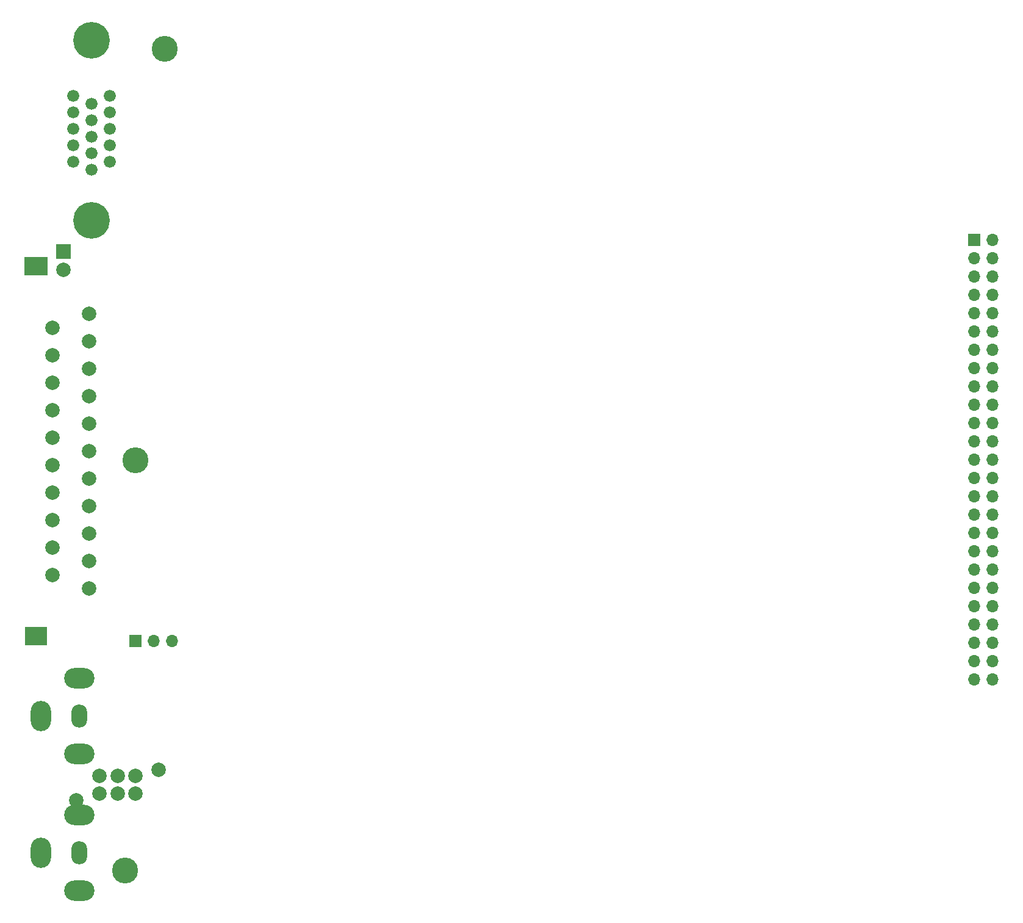
<source format=gbs>
G04 #@! TF.GenerationSoftware,KiCad,Pcbnew,6.0.2+dfsg-1*
G04 #@! TF.CreationDate,2024-08-10T18:00:16+02:00*
G04 #@! TF.ProjectId,rgb-board,7267622d-626f-4617-9264-2e6b69636164,rev?*
G04 #@! TF.SameCoordinates,Original*
G04 #@! TF.FileFunction,Soldermask,Bot*
G04 #@! TF.FilePolarity,Negative*
%FSLAX46Y46*%
G04 Gerber Fmt 4.6, Leading zero omitted, Abs format (unit mm)*
G04 Created by KiCad (PCBNEW 6.0.2+dfsg-1) date 2024-08-10 18:00:16*
%MOMM*%
%LPD*%
G01*
G04 APERTURE LIST*
%ADD10C,3.600000*%
%ADD11R,3.200000X2.500000*%
%ADD12R,3.100000X2.500000*%
%ADD13C,2.000000*%
%ADD14R,1.700000X1.700000*%
%ADD15O,1.700000X1.700000*%
%ADD16O,4.204000X2.820000*%
%ADD17O,2.820000X4.204000*%
%ADD18O,2.204000X3.204000*%
%ADD19C,1.676400*%
%ADD20C,5.080000*%
%ADD21R,2.000000X2.000000*%
G04 APERTURE END LIST*
D10*
X98486500Y-95250000D03*
D11*
X84650000Y-68300000D03*
D12*
X84650000Y-119600000D03*
D13*
X92000000Y-113050000D03*
X86920000Y-111145000D03*
X92000000Y-109240000D03*
X86920000Y-107335000D03*
X92000000Y-105430000D03*
X86920000Y-103525000D03*
X92000000Y-101620000D03*
X86920000Y-99715000D03*
X92000000Y-97810000D03*
X86920000Y-95905000D03*
X92000000Y-94000000D03*
X86920000Y-92095000D03*
X92000000Y-90190000D03*
X86920000Y-88285000D03*
X92000000Y-86380000D03*
X86920000Y-84475000D03*
X92000000Y-82570000D03*
X86920000Y-80665000D03*
X92000000Y-78760000D03*
X86920000Y-76855000D03*
X92000000Y-74950000D03*
D14*
X214920000Y-64685000D03*
D15*
X217460000Y-64685000D03*
X214920000Y-67225000D03*
X217460000Y-67225000D03*
X214920000Y-69765000D03*
X217460000Y-69765000D03*
X214920000Y-72305000D03*
X217460000Y-72305000D03*
X214920000Y-74845000D03*
X217460000Y-74845000D03*
X214920000Y-77385000D03*
X217460000Y-77385000D03*
X214920000Y-79925000D03*
X217460000Y-79925000D03*
X214920000Y-82465000D03*
X217460000Y-82465000D03*
X214920000Y-85005000D03*
X217460000Y-85005000D03*
X214920000Y-87545000D03*
X217460000Y-87545000D03*
X214920000Y-90085000D03*
X217460000Y-90085000D03*
X214920000Y-92625000D03*
X217460000Y-92625000D03*
X214920000Y-95165000D03*
X217460000Y-95165000D03*
X214920000Y-97705000D03*
X217460000Y-97705000D03*
X214920000Y-100245000D03*
X217460000Y-100245000D03*
X214920000Y-102785000D03*
X217460000Y-102785000D03*
X214920000Y-105325000D03*
X217460000Y-105325000D03*
X214920000Y-107865000D03*
X217460000Y-107865000D03*
X214920000Y-110405000D03*
X217460000Y-110405000D03*
X214920000Y-112945000D03*
X217460000Y-112945000D03*
X214920000Y-115485000D03*
X217460000Y-115485000D03*
X214920000Y-118025000D03*
X217460000Y-118025000D03*
X214920000Y-120565000D03*
X217460000Y-120565000D03*
X214920000Y-123105000D03*
X217460000Y-123105000D03*
X214920000Y-125645000D03*
X217460000Y-125645000D03*
D13*
X93486500Y-139000000D03*
X95986500Y-139000000D03*
X98486500Y-139000000D03*
X93486500Y-141500000D03*
X95986500Y-141500000D03*
X98486500Y-141500000D03*
X90286500Y-142350000D03*
X101686500Y-138150000D03*
D16*
X90659369Y-144450000D03*
X90659369Y-154950000D03*
D17*
X85359369Y-149700000D03*
D18*
X90659369Y-149700000D03*
D19*
X94938730Y-53818000D03*
X94938730Y-51532000D03*
X94938730Y-49246000D03*
X94938730Y-46960000D03*
X94938730Y-44674000D03*
X92398730Y-54961000D03*
X92398730Y-52675000D03*
X92398730Y-50389000D03*
X92398730Y-48103000D03*
X92398730Y-45817000D03*
X89858730Y-53818000D03*
X89858730Y-51532000D03*
X89858730Y-49246000D03*
X89858730Y-46960000D03*
X89858730Y-44674000D03*
D20*
X92398730Y-61996800D03*
X92398730Y-37003200D03*
D10*
X96986500Y-152150000D03*
D14*
X98461500Y-120250000D03*
D15*
X101001500Y-120250000D03*
X103541500Y-120250000D03*
D16*
X90661500Y-125450000D03*
X90661500Y-135950000D03*
D17*
X85361500Y-130700000D03*
D18*
X90661500Y-130700000D03*
D10*
X102486500Y-38200000D03*
D21*
X88511500Y-66250000D03*
D13*
X88511500Y-68790000D03*
M02*

</source>
